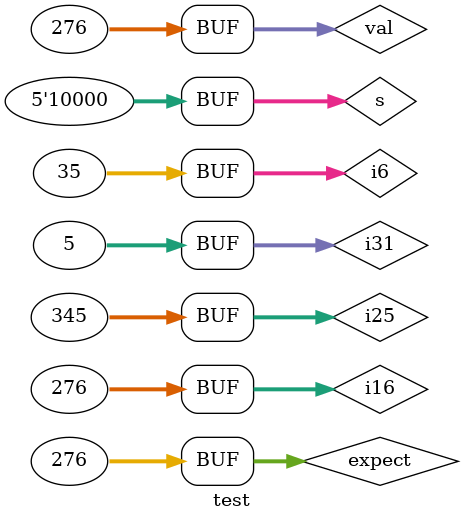
<source format=v>
`include "../lib/mux32bits_32to1.v"

module test;

  reg  [4:0] s;
  reg  [31:0] i31, i30, i29, i28, i27, i26, i25, i24, i23,i22, i21, i20, i19, i18, i17, i16;
  reg  [31:0] i15, i14, i13, i12, i11, i10, i9, i8, i7,i6, i5, i4, i3, i2, i1, i0;
  wire [31:0] z;

  reg [31:0] val, expect;
  mux32bits_32to1 mux(
    .s  (s ),
    .i31(i31),  
    .i30(i30),
    .i29(i29),
    .i28(i28),
    .i27(i27),
    .i26(i26),
    .i25(i25),
    .i24(i24),
    .i23(i23),
    .i22(i22),
    .i21(i21),
    .i20(i20),
    .i19(i19),
    .i18(i18),
    .i17(i17),
    .i16(i16),
    .i15(i15),   
    .i14(i14),
    .i13(i13),
    .i12(i12),
    .i11(i11),
    .i10(i10),
    .i9 (i9 ),
    .i8 (i8 ),
    .i7 (i7 ),
    .i6 (i6 ),
    .i5 (i5 ),
    .i4 (i4 ),
    .i3 (i3 ),
    .i2 (i2 ),
    .i1 (i1 ),
    .i0 (i0 ),
    .z  (z ));
 
  initial begin
    $monitor($time, ": val=%d expect=%d", val, expect);
    #5 i31 = 5  ; val = i31; s = 5'b11111; expect = 5  ;
    #5 i25 = 345; val = i25; s = 5'b11001; expect = 345;
    #5 i6  = 35 ; val = i6 ; s = 5'b00110; expect = 35 ;
    #5 i16 = 276; val = i16; s = 5'b10000; expect = 276; 
  end

endmodule

</source>
